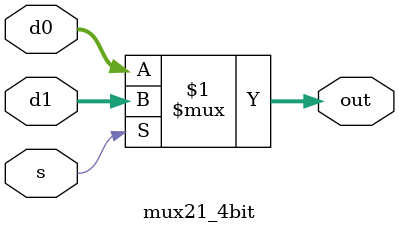
<source format=v>
`timescale 1ns / 1ps

// Multiplexer component
module mux21_4bit(
    input [3:0] d0,
    input [3:0] d1,
    input s,
    output [3:0] out
    );
	
	assign out = s ? d1 : d0;

endmodule

</source>
